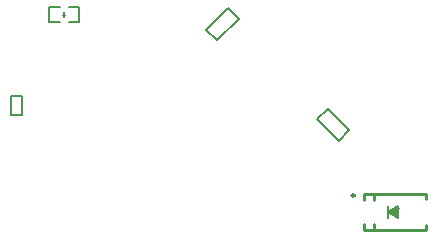
<source format=gbo>
G04*
G04 #@! TF.GenerationSoftware,Altium Limited,Altium Designer,18.1.9 (240)*
G04*
G04 Layer_Color=32896*
%FSLAX25Y25*%
%MOIN*%
G70*
G01*
G75*
%ADD10C,0.01000*%
%ADD13C,0.00800*%
%ADD16C,0.00600*%
D10*
X400800Y177700D02*
G03*
X400800Y177700I-500J0D01*
G01*
X403800Y178200D02*
X424430D01*
Y166200D02*
Y167850D01*
X403800Y166200D02*
X424430D01*
Y176452D02*
Y178200D01*
X403800Y166200D02*
Y168200D01*
X407300Y166885D02*
Y168200D01*
X403800Y176200D02*
Y178200D01*
X407300Y176200D02*
Y177515D01*
X412600Y172200D02*
X415100Y173400D01*
X412600Y172200D02*
X414800Y171000D01*
Y172400D01*
X413710Y172200D02*
X414800Y172400D01*
D13*
X305400Y240521D02*
X309018D01*
X305400Y235403D02*
X309018D01*
X298782Y240521D02*
X302400D01*
X298782Y235403D02*
X302400D01*
X298782D02*
Y240521D01*
X309018Y235403D02*
Y240521D01*
X411855Y172200D02*
X415355Y174200D01*
Y170200D02*
Y174200D01*
X411855Y172200D02*
X415355Y170200D01*
X411855D02*
Y174200D01*
X354981Y229362D02*
X362219Y236600D01*
X351362Y232981D02*
X354981Y229362D01*
X351362Y232981D02*
X358600Y240219D01*
X362219Y236600D01*
X391776Y206619D02*
X399014Y199381D01*
X395395Y195762D02*
X399014Y199381D01*
X388157Y203000D02*
X395395Y195762D01*
X388157Y203000D02*
X391776Y206619D01*
D16*
X303900Y237962D02*
X304200D01*
X303600D02*
X303900D01*
Y237062D02*
Y238861D01*
X286328Y210846D02*
X289871D01*
X286328Y204350D02*
X289871D01*
X286328D02*
Y210846D01*
X289871Y204350D02*
Y210846D01*
M02*

</source>
